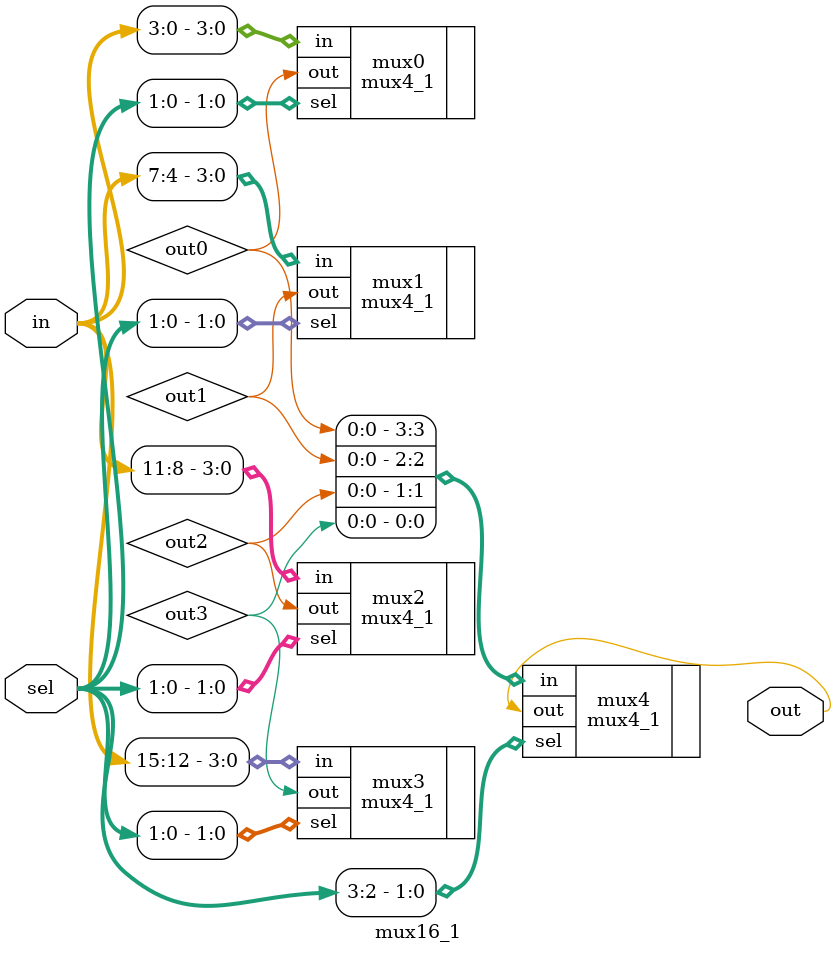
<source format=v>
module mux16_1 (
  input wire [15:0] in,
  input wire [3:0] sel,
  output wire out
);

  wire out0, out1, out2, out3;

  mux4_1 mux0 (
    .in(in[3:0]),
    .sel(sel[1:0]),
    .out(out0)
  );

  mux4_1 mux1 (
    .in(in[7:4]),
    .sel(sel[1:0]),
    .out(out1)
  );

  mux4_1 mux2 (
    .in(in[11:8]),
    .sel(sel[1:0]),
    .out(out2)
  );

  mux4_1 mux3 (
    .in(in[15:12]),
    .sel(sel[1:0]),
    .out(out3)
  );

  mux4_1 mux4 (
    .in({out0, out1, out2, out3}),
    .sel(sel[3:2]),
    .out(out)
  );

endmodule
</source>
